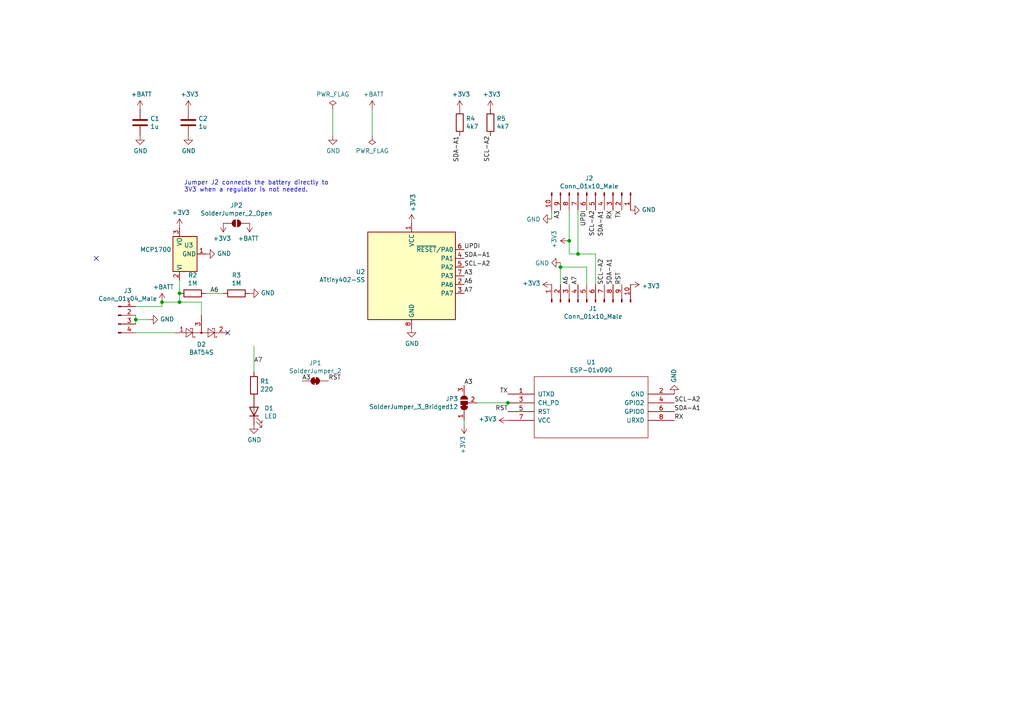
<source format=kicad_sch>
(kicad_sch (version 20250114) (generator "eeschema") (generator_version "9.0")
  (paper "A4")
  (title_block (title "ESP-01 ATtinyx02 board") (date "2021-07-13") (rev "1.0") (company "http://www.v7f.eu"))
  (lib_symbols
    (symbol "Device:C" (pin_numbers (hide yes)) (pin_names (offset 0.254))
      (property "Reference" "C" (at 0.635 2.54 0))
      (property "Value" "C" (at 0.635 -2.54 0))
      (symbol "C_0_1"
        (polyline (pts (xy -2.032 0.762) (xy 2.032 0.762)) (stroke (width 0.508)))
        (polyline (pts (xy -2.032 -0.762) (xy 2.032 -0.762)) (stroke (width 0.508)))
      )
      (symbol "C_1_1"
        (pin passive line (at 0 3.81 270) (length 2.794) (name "~") (number "1"))
        (pin passive line (at 0 -3.81 90) (length 2.794) (name "~") (number "2"))
      )
    )
    (symbol "Device:LED" (pin_numbers (hide yes)) (pin_names (offset 1.016) (hide yes))
      (property "Reference" "D" (at 0 2.54 0))
      (property "Value" "LED" (at 0 -2.54 0))
      (symbol "LED_0_1"
        (polyline (pts (xy -3.048 -0.762) (xy -4.572 -2.286) (xy -3.81 -2.286) (xy -4.572 -2.286) (xy -4.572 -1.524)))
        (polyline (pts (xy -1.778 -0.762) (xy -3.302 -2.286) (xy -2.54 -2.286) (xy -3.302 -2.286) (xy -3.302 -1.524)))
        (polyline (pts (xy -1.27 0) (xy 1.27 0)))
        (polyline (pts (xy -1.27 -1.27) (xy -1.27 1.27)) (stroke (width 0.254)))
        (polyline (pts (xy 1.27 -1.27) (xy 1.27 1.27) (xy -1.27 0) (xy 1.27 -1.27)) (stroke (width 0.254)))
      )
      (symbol "LED_1_1"
        (pin passive line (at -3.81 0 0) (length 2.54) (name "K") (number "1"))
        (pin passive line (at 3.81 0 180) (length 2.54) (name "A") (number "2"))
      )
    )
    (symbol "Device:R" (pin_numbers (hide yes)) (pin_names (offset 0))
      (property "Reference" "R" (at 2.032 0 90))
      (property "Value" "R" (at 0 0 90))
      (symbol "R_0_1"
        (rectangle (start -1.016 -2.54) (end 1.016 2.54) (stroke (width 0.254)))
      )
      (symbol "R_1_1"
        (pin passive line (at 0 3.81 270) (length 1.27) (name "~") (number "1"))
        (pin passive line (at 0 -3.81 90) (length 1.27) (name "~") (number "2"))
      )
    )
    (symbol "ESP8266:ESP-01v090" (pin_names (offset 1.016))
      (property "Reference" "U" (at 0 -2.54 0))
      (property "Value" "ESP-01v090" (at 0 2.54 0))
      (symbol "ESP-01v090_1_0"
        (rectangle (start -16.51 -8.89) (end 16.51 8.89))
      )
      (symbol "ESP-01v090_1_1"
        (pin output line (at -24.13 3.81 0) (length 7.62) (name "UTXD") (number "1"))
        (pin input line (at -24.13 1.27 0) (length 7.62) (name "CH_PD") (number "3"))
        (pin input line (at -24.13 -1.27 0) (length 7.62) (name "RST") (number "5"))
        (pin power_in line (at -24.13 -3.81 0) (length 7.62) (name "VCC") (number "7"))
        (pin power_in line (at 24.13 3.81 180) (length 7.62) (name "GND") (number "2"))
        (pin tri_state line (at 24.13 1.27 180) (length 7.62) (name "GPIO2") (number "4"))
        (pin tri_state line (at 24.13 -1.27 180) (length 7.62) (name "GPIO0") (number "6"))
        (pin input line (at 24.13 -3.81 180) (length 7.62) (name "URXD") (number "8"))
      )
    )
    (symbol "ESPTiny402-SOT89-rescue:+3V3-power" (power) (pin_names (offset 0))
      (property "Value" "power_+3V3" (at 0 3.556 0))
      (symbol "+3V3-power_0_1"
        (polyline (pts (xy -0.762 1.27) (xy 0 2.54)))
        (polyline (pts (xy 0 2.54) (xy 0.762 1.27)))
        (polyline (pts (xy 0 0) (xy 0 2.54)))
      )
      (symbol "+3V3-power_1_1"
        (pin power_in line (at 0 0 90) (length 0) (hide yes) (name "+3V3") (number "1"))
      )
    )
    (symbol "ESPTiny402-SOT89-rescue:+BATT-power" (power) (pin_names (offset 0))
      (property "Value" "power_+BATT" (at 0 3.556 0))
      (symbol "+BATT-power_0_1"
        (polyline (pts (xy -0.762 1.27) (xy 0 2.54)))
        (polyline (pts (xy 0 2.54) (xy 0.762 1.27)))
        (polyline (pts (xy 0 0) (xy 0 2.54)))
      )
      (symbol "+BATT-power_1_1"
        (pin power_in line (at 0 0 90) (length 0) (hide yes) (name "+BATT") (number "1"))
      )
    )
    (symbol "ESPTiny402-SOT89-rescue:BAT54S-Diode" (pin_names (offset 1.016))
      (property "Reference" "D" (at 0.635 -3.81 0))
      (property "Value" "Diode_BAT54S" (at -6.35 3.175 0))
      (symbol "BAT54S-Diode_0_1"
        (polyline (pts (xy -4.445 1.27) (xy -4.445 -1.27) (xy -2.54 0) (xy -4.445 1.27)))
        (polyline (pts (xy -3.81 0) (xy -1.27 0)))
        (polyline (pts (xy -3.175 -1.27) (xy -3.175 -1.016)))
        (polyline (pts (xy -2.54 1.27) (xy -1.905 1.27)))
        (polyline (pts (xy -2.54 -1.27) (xy -3.175 -1.27)))
        (polyline (pts (xy -2.54 -1.27) (xy -2.54 1.27)))
        (polyline (pts (xy -1.905 1.27) (xy -1.905 1.016)))
        (polyline (pts (xy -1.905 0) (xy 1.905 0)))
        (circle (center 0 0) (radius 0.254) (fill (type outline)))
        (polyline (pts (xy 1.27 0) (xy 3.81 0)))
        (polyline (pts (xy 1.905 1.27) (xy 1.905 -1.27) (xy 3.81 0) (xy 1.905 1.27)))
        (polyline (pts (xy 3.175 -1.27) (xy 3.175 -1.016)))
        (polyline (pts (xy 3.81 1.27) (xy 4.445 1.27)))
        (polyline (pts (xy 3.81 -1.27) (xy 3.175 -1.27)))
        (polyline (pts (xy 3.81 -1.27) (xy 3.81 1.27)))
        (polyline (pts (xy 4.445 1.27) (xy 4.445 1.016)))
      )
      (symbol "BAT54S-Diode_1_1"
        (pin passive line (at -7.62 0 0) (length 3.81) (name "~") (number "1"))
        (pin passive line (at 0 -5.08 90) (length 5.08) (name "~") (number "3"))
        (pin passive line (at 7.62 0 180) (length 3.81) (name "~") (number "2"))
      )
    )
    (symbol "ESPTiny402-SOT89-rescue:Conn_01x04_Male-Connector" (pin_names (offset 1.016) (hide yes))
      (property "Reference" "J" (at 0 5.08 0))
      (property "Value" "Connector_Conn_01x04_Male" (at 0 -7.62 0))
      (symbol "Conn_01x04_Male-Connector_1_1"
        (rectangle (start 0.8636 2.667) (end 0 2.413) (stroke (width 0.1524)) (fill (type outline)))
        (rectangle (start 0.8636 0.127) (end 0 -0.127) (stroke (width 0.1524)) (fill (type outline)))
        (rectangle (start 0.8636 -2.413) (end 0 -2.667) (stroke (width 0.1524)) (fill (type outline)))
        (rectangle (start 0.8636 -4.953) (end 0 -5.207) (stroke (width 0.1524)) (fill (type outline)))
        (polyline (pts (xy 1.27 2.54) (xy 0.8636 2.54)) (stroke (width 0.1524)))
        (polyline (pts (xy 1.27 0) (xy 0.8636 0)) (stroke (width 0.1524)))
        (polyline (pts (xy 1.27 -2.54) (xy 0.8636 -2.54)) (stroke (width 0.1524)))
        (polyline (pts (xy 1.27 -5.08) (xy 0.8636 -5.08)) (stroke (width 0.1524)))
        (pin passive line (at 5.08 2.54 180) (length 3.81) (name "Pin_1") (number "1"))
        (pin passive line (at 5.08 0 180) (length 3.81) (name "Pin_2") (number "2"))
        (pin passive line (at 5.08 -2.54 180) (length 3.81) (name "Pin_3") (number "3"))
        (pin passive line (at 5.08 -5.08 180) (length 3.81) (name "Pin_4") (number "4"))
      )
    )
    (symbol "ESPTiny402-SOT89-rescue:Conn_01x10_Male-Connector" (pin_names (offset 1.016) (hide yes))
      (property "Reference" "J" (at 0 12.7 0))
      (property "Value" "Connector_Conn_01x10_Male" (at 0 -15.24 0))
      (symbol "Conn_01x10_Male-Connector_1_1"
        (rectangle (start 0.8636 10.287) (end 0 10.033) (stroke (width 0.1524)) (fill (type outline)))
        (rectangle (start 0.8636 7.747) (end 0 7.493) (stroke (width 0.1524)) (fill (type outline)))
        (rectangle (start 0.8636 5.207) (end 0 4.953) (stroke (width 0.1524)) (fill (type outline)))
        (rectangle (start 0.8636 2.667) (end 0 2.413) (stroke (width 0.1524)) (fill (type outline)))
        (rectangle (start 0.8636 0.127) (end 0 -0.127) (stroke (width 0.1524)) (fill (type outline)))
        (rectangle (start 0.8636 -2.413) (end 0 -2.667) (stroke (width 0.1524)) (fill (type outline)))
        (rectangle (start 0.8636 -4.953) (end 0 -5.207) (stroke (width 0.1524)) (fill (type outline)))
        (rectangle (start 0.8636 -7.493) (end 0 -7.747) (stroke (width 0.1524)) (fill (type outline)))
        (rectangle (start 0.8636 -10.033) (end 0 -10.287) (stroke (width 0.1524)) (fill (type outline)))
        (rectangle (start 0.8636 -12.573) (end 0 -12.827) (stroke (width 0.1524)) (fill (type outline)))
        (polyline (pts (xy 1.27 10.16) (xy 0.8636 10.16)) (stroke (width 0.1524)))
        (polyline (pts (xy 1.27 7.62) (xy 0.8636 7.62)) (stroke (width 0.1524)))
        (polyline (pts (xy 1.27 5.08) (xy 0.8636 5.08)) (stroke (width 0.1524)))
        (polyline (pts (xy 1.27 2.54) (xy 0.8636 2.54)) (stroke (width 0.1524)))
        (polyline (pts (xy 1.27 0) (xy 0.8636 0)) (stroke (width 0.1524)))
        (polyline (pts (xy 1.27 -2.54) (xy 0.8636 -2.54)) (stroke (width 0.1524)))
        (polyline (pts (xy 1.27 -5.08) (xy 0.8636 -5.08)) (stroke (width 0.1524)))
        (polyline (pts (xy 1.27 -7.62) (xy 0.8636 -7.62)) (stroke (width 0.1524)))
        (polyline (pts (xy 1.27 -10.16) (xy 0.8636 -10.16)) (stroke (width 0.1524)))
        (polyline (pts (xy 1.27 -12.7) (xy 0.8636 -12.7)) (stroke (width 0.1524)))
        (pin passive line (at 5.08 10.16 180) (length 3.81) (name "Pin_1") (number "1"))
        (pin passive line (at 5.08 7.62 180) (length 3.81) (name "Pin_2") (number "2"))
        (pin passive line (at 5.08 5.08 180) (length 3.81) (name "Pin_3") (number "3"))
        (pin passive line (at 5.08 2.54 180) (length 3.81) (name "Pin_4") (number "4"))
        (pin passive line (at 5.08 0 180) (length 3.81) (name "Pin_5") (number "5"))
        (pin passive line (at 5.08 -2.54 180) (length 3.81) (name "Pin_6") (number "6"))
        (pin passive line (at 5.08 -5.08 180) (length 3.81) (name "Pin_7") (number "7"))
        (pin passive line (at 5.08 -7.62 180) (length 3.81) (name "Pin_8") (number "8"))
        (pin passive line (at 5.08 -10.16 180) (length 3.81) (name "Pin_9") (number "9"))
        (pin passive line (at 5.08 -12.7 180) (length 3.81) (name "Pin_10") (number "10"))
      )
    )
    (symbol "ESPTiny402-SOT89-rescue:GND-power" (power) (pin_names (offset 0))
      (property "Value" "power_GND" (at 0 -3.81 0))
      (symbol "GND-power_0_1"
        (polyline (pts (xy 0 0) (xy 0 -1.27) (xy 1.27 -1.27) (xy 0 -2.54) (xy -1.27 -1.27) (xy 0 -1.27)))
      )
      (symbol "GND-power_1_1"
        (pin power_in line (at 0 0 270) (length 0) (hide yes) (name "GND") (number "1"))
      )
    )
    (symbol "ESPTiny402-SOT89-rescue:MCP1700-3002E_SOT89-Regulator_Linear" (pin_names (offset 0.254))
      (property "Reference" "U" (at -3.81 3.175 0))
      (property "Value" "Regulator_Linear_MCP1700-3002E_SOT89" (at 0 3.175 0))
      (symbol "MCP1700-3002E_SOT89-Regulator_Linear_0_1"
        (rectangle (start -5.08 -5.08) (end 5.08 1.905) (stroke (width 0.254)) (fill (type background)))
      )
      (symbol "MCP1700-3002E_SOT89-Regulator_Linear_1_1"
        (pin power_in line (at -7.62 0 0) (length 2.54) (name "VI") (number "2"))
        (pin power_in line (at 0 -7.62 90) (length 2.54) (name "GND") (number "1"))
        (pin power_out line (at 7.62 0 180) (length 2.54) (name "VO") (number "3"))
      )
    )
    (symbol "ESPTiny402-SOT89-rescue:PWR_FLAG-power" (power) (pin_numbers (hide yes)) (pin_names (offset 0) (hide yes))
      (property "Value" "power_PWR_FLAG" (at 0 3.81 0))
      (symbol "PWR_FLAG-power_0_0"
        (pin power_out line (at 0 0 90) (length 0) (name "pwr") (number "1"))
      )
      (symbol "PWR_FLAG-power_0_1"
        (polyline (pts (xy 0 0) (xy 0 1.27) (xy -1.016 1.905) (xy 0 2.54) (xy 1.016 1.905) (xy 0 1.27)))
      )
    )
    (symbol "Jumper:SolderJumper_2_Bridged" (pin_numbers (hide yes)) (pin_names (offset 0) (hide yes)) (exclude_from_sim yes) (in_bom no)
      (property "Reference" "JP" (at 0 2.032 0))
      (property "Value" "SolderJumper_2_Bridged" (at 0 -2.54 0))
      (symbol "SolderJumper_2_Bridged_0_1"
        (rectangle (start -0.508 0.508) (end 0.508 -0.508) (fill (type outline)))
        (polyline (pts (xy -0.254 1.016) (xy -0.254 -1.016)))
        (arc (start -0.254 -1.016) (mid -1.2656 0) (end -0.254 1.016))
        (arc (start -0.254 -1.016) (mid -1.2656 0) (end -0.254 1.016) (fill (type outline)))
        (arc (start 0.254 1.016) (mid 1.2656 0) (end 0.254 -1.016))
        (arc (start 0.254 1.016) (mid 1.2656 0) (end 0.254 -1.016) (fill (type outline)))
        (polyline (pts (xy 0.254 1.016) (xy 0.254 -1.016)))
      )
      (symbol "SolderJumper_2_Bridged_1_1"
        (pin passive line (at -3.81 0 0) (length 2.54) (name "A") (number "1"))
        (pin passive line (at 3.81 0 180) (length 2.54) (name "B") (number "2"))
      )
    )
    (symbol "Jumper:SolderJumper_2_Open" (pin_numbers (hide yes)) (pin_names (offset 0) (hide yes)) (exclude_from_sim yes) (in_bom no)
      (property "Reference" "JP" (at 0 2.032 0))
      (property "Value" "SolderJumper_2_Open" (at 0 -2.54 0))
      (symbol "SolderJumper_2_Open_0_1"
        (polyline (pts (xy -0.254 1.016) (xy -0.254 -1.016)))
        (arc (start -0.254 -1.016) (mid -1.2656 0) (end -0.254 1.016))
        (arc (start -0.254 -1.016) (mid -1.2656 0) (end -0.254 1.016) (fill (type outline)))
        (arc (start 0.254 1.016) (mid 1.2656 0) (end 0.254 -1.016))
        (arc (start 0.254 1.016) (mid 1.2656 0) (end 0.254 -1.016) (fill (type outline)))
        (polyline (pts (xy 0.254 1.016) (xy 0.254 -1.016)))
      )
      (symbol "SolderJumper_2_Open_1_1"
        (pin passive line (at -3.81 0 0) (length 2.54) (name "A") (number "1"))
        (pin passive line (at 3.81 0 180) (length 2.54) (name "B") (number "2"))
      )
    )
    (symbol "MCU_Microchip_ATtiny:ATtiny402-SS"
      (property "Reference" "U" (at -12.7 13.97 0))
      (property "Value" "ATtiny402-SS" (at 2.54 -13.97 0))
      (symbol "ATtiny402-SS_0_1"
        (rectangle (start -12.7 -12.7) (end 12.7 12.7) (stroke (width 0.254)) (fill (type background)))
      )
      (symbol "ATtiny402-SS_1_1"
        (pin power_in line (at 0 15.24 270) (length 2.54) (name "VCC") (number "1"))
        (pin power_in line (at 0 -15.24 90) (length 2.54) (name "GND") (number "8"))
        (pin bidirectional line (at 15.24 7.62 180) (length 2.54) (name "~{RESET}/PA0") (number "6"))
        (pin bidirectional line (at 15.24 5.08 180) (length 2.54) (name "PA1") (number "4"))
        (pin bidirectional line (at 15.24 2.54 180) (length 2.54) (name "PA2") (number "5"))
        (pin bidirectional line (at 15.24 0 180) (length 2.54) (name "PA3") (number "7"))
        (pin bidirectional line (at 15.24 -2.54 180) (length 2.54) (name "PA6") (number "2"))
        (pin bidirectional line (at 15.24 -5.08 180) (length 2.54) (name "PA7") (number "3"))
      )
    )
    (symbol "MyJumper:SolderJumper_3_Bridged12" (pin_names (offset 0) (hide yes))
      (property "Reference" "JP" (at -2.54 -2.54 0))
      (property "Value" "SolderJumper_3_Bridged12" (at 0 2.794 0))
      (symbol "SolderJumper_3_Bridged12_0_1"
        (polyline (pts (xy -2.54 0) (xy -2.032 0)))
        (polyline (pts (xy -1.016 1.016) (xy -1.016 -1.016)))
        (rectangle (start -1.016 0.508) (end -0.508 -0.508) (fill (type outline)))
        (arc (start -1.016 -1.016) (mid -2.032 0) (end -1.016 1.016))
        (arc (start -1.016 -1.016) (mid -2.032 0) (end -1.016 1.016) (fill (type outline)))
        (rectangle (start -0.508 1.016) (end 0.508 -1.016) (fill (type outline)))
        (polyline (pts (xy 0 -1.27) (xy 0 -1.016)))
        (polyline (pts (xy 1.016 1.016) (xy 1.016 -1.016)))
        (arc (start 1.016 1.016) (mid 2.032 0) (end 1.016 -1.016))
        (arc (start 1.016 1.016) (mid 2.032 0) (end 1.016 -1.016) (fill (type outline)))
        (polyline (pts (xy 2.54 0) (xy 2.032 0)))
      )
      (symbol "SolderJumper_3_Bridged12_1_1"
        (pin passive line (at -5.08 0 0) (length 2.54) (name "A") (number "1"))
        (pin passive line (at 0 -3.81 90) (length 2.54) (name "C") (number "2"))
        (pin passive line (at 5.08 0 180) (length 2.54) (name "B") (number "3"))
      )
    )
  )
  (text "Jumper J2 connects the battery directly to\n3V3 when a regulator is not needed." (at 53.34 55.88 0) (effects (font (size 1.27 1.27)) (justify left bottom)))
  (junction (at 52.07 85.09))
  (junction (at 162.56 77.47))
  (junction (at 39.37 92.71))
  (junction (at 147.32 116.84))
  (junction (at 52.07 87.63))
  (junction (at 167.64 73.66))
  (junction (at 165.1 69.85))
  (junction (at 46.99 87.63))
  (no_connect (at 66.04 96.52))
  (no_connect (at 27.94 74.93))
  (wire (pts (xy 52.07 87.63) (xy 46.99 87.63)))
  (wire (pts (xy 172.72 73.66) (xy 172.72 82.55)))
  (wire (pts (xy 162.56 76.2) (xy 162.56 77.47)))
  (wire (pts (xy 39.37 91.44) (xy 39.37 92.71)))
  (wire (pts (xy 162.56 77.47) (xy 170.18 77.47)))
  (wire (pts (xy 165.1 73.66) (xy 167.64 73.66)))
  (wire (pts (xy 73.66 100.33) (xy 73.66 107.95)))
  (wire (pts (xy 107.95 31.75) (xy 107.95 39.37)))
  (wire (pts (xy 162.56 77.47) (xy 162.56 82.55)))
  (wire (pts (xy 46.99 87.63) (xy 46.99 88.9)))
  (wire (pts (xy 165.1 69.85) (xy 165.1 73.66)))
  (wire (pts (xy 165.1 60.96) (xy 165.1 69.85)))
  (wire (pts (xy 58.42 87.63) (xy 58.42 91.44)))
  (wire (pts (xy 96.52 31.75) (xy 96.52 39.37)))
  (wire (pts (xy 52.07 81.28) (xy 52.07 85.09)))
  (wire (pts (xy 39.37 92.71) (xy 43.18 92.71)))
  (wire (pts (xy 46.99 88.9) (xy 39.37 88.9)))
  (wire (pts (xy 59.69 85.09) (xy 64.77 85.09)))
  (wire (pts (xy 39.37 92.71) (xy 39.37 93.98)))
  (wire (pts (xy 39.37 96.52) (xy 50.8 96.52)))
  (wire (pts (xy 160.02 60.96) (xy 160.02 63.5)))
  (wire (pts (xy 167.64 73.66) (xy 172.72 73.66)))
  (wire (pts (xy 52.07 85.09) (xy 52.07 87.63)))
  (wire (pts (xy 134.62 123.19) (xy 134.62 121.92)))
  (wire (pts (xy 149.86 116.84) (xy 147.32 116.84)))
  (wire (pts (xy 147.32 116.84) (xy 138.43 116.84)))
  (wire (pts (xy 167.64 60.96) (xy 167.64 73.66)))
  (wire (pts (xy 170.18 77.47) (xy 170.18 82.55)))
  (wire (pts (xy 52.07 87.63) (xy 58.42 87.63)))
  (label "RX" (at 195.58 121.92 0))
  (label "SCL-A2" (at 172.72 60.96 270))
  (label "SCL-A2" (at 175.26 82.55 90))
  (label "RST" (at 180.34 82.55 90))
  (label "A3" (at 162.56 60.96 270))
  (label "SDA-A1" (at 133.35 39.37 270))
  (label "SDA-A1" (at 177.8 82.55 90))
  (label "A6" (at 134.62 82.55 0))
  (label "SDA-A1" (at 134.62 74.93 0))
  (label "A3" (at 134.62 111.76 0))
  (label "TX" (at 180.34 60.96 270))
  (label "A7" (at 167.64 82.55 90))
  (label "RST" (at 95.25 110.49 0))
  (label "A6" (at 60.96 85.09 0))
  (label "SDA-A1" (at 175.26 60.96 270))
  (label "SCL-A2" (at 134.62 77.47 0))
  (label "UPDI" (at 134.62 72.39 0))
  (label "A7" (at 134.62 85.09 0))
  (label "SCL-A2" (at 195.58 116.84 0))
  (label "RX" (at 177.8 60.96 270))
  (label "SDA-A1" (at 195.58 119.38 0))
  (label "RST" (at 147.32 119.38 180))
  (label "A7" (at 73.66 105.41 0))
  (label "A6" (at 165.1 82.55 90))
  (label "SCL-A2" (at 142.24 39.37 270))
  (label "TX" (at 147.32 114.3 180))
  (label "A3" (at 87.63 110.49 0))
  (label "A3" (at 134.62 80.01 0))
  (label "UPDI" (at 170.18 60.96 270))
  (symbol (lib_id "ESP8266:ESP-01v090") (at 171.45 118.11 0) (unit 1)
    (property "Reference" "U1" (at 171.45 105.029 0))
    (property "Value" "ESP-01v090" (at 171.45 107.3404 0))
    (property "Footprint" "ESP8266:ESP-01" (effects (hide yes)))
    (property "Datasheet" "http://l0l.org.uk/2014/12/esp8266-modules-hardware-guide-gotta-catch-em-all/" (effects (hide yes)))
  )
  (symbol (lib_id "ESPTiny402-SOT89-rescue:GND-power") (at 195.58 114.3 180) (unit 1)
    (property "Reference" "#PWR02" (effects (hide yes)))
    (property "Value" "GND" (at 195.453 111.0488 90) (effects (justify right)))
  )
  (symbol (lib_id "ESPTiny402-SOT89-rescue:Conn_01x10_Male-Connector") (at 170.18 87.63 90) (unit 1)
    (property "Reference" "J1" (at 172.0088 89.4842 90))
    (property "Value" "Conn_01x10_Male" (at 172.0088 91.7956 90))
    (property "Footprint" "Connector_PinHeader_2.54mm:PinHeader_1x10_P2.54mm_Vertical" (effects (hide yes)))
  )
  (symbol (lib_id "Device:C") (at 54.61 35.56 0) (unit 1)
    (property "Reference" "C2" (at 57.531 34.3916 0) (effects (justify left)))
    (property "Value" "1u" (at 57.531 36.703 0) (effects (justify left)))
    (property "Footprint" "Capacitor_SMD:C_1206_3216Metric" (effects (hide yes)))
  )
  (symbol (lib_id "Device:LED") (at 73.66 119.38 90) (unit 1)
    (property "Reference" "D1" (at 76.6572 118.3894 90) (effects (justify right)))
    (property "Value" "LED" (at 76.6572 120.7008 90) (effects (justify right)))
    (property "Footprint" "LED_SMD:LED_1206_3216Metric" (effects (hide yes)))
  )
  (symbol (lib_id "Device:R") (at 73.66 111.76 0) (unit 1)
    (property "Reference" "R1" (at 75.438 110.5916 0) (effects (justify left)))
    (property "Value" "220" (at 75.438 112.903 0) (effects (justify left)))
    (property "Footprint" "Resistor_SMD:R_1206_3216Metric" (effects (hide yes)))
  )
  (symbol (lib_id "ESPTiny402-SOT89-rescue:Conn_01x10_Male-Connector") (at 172.72 55.88 270) (unit 1)
    (property "Reference" "J2" (at 170.8912 51.689 90))
    (property "Value" "Conn_01x10_Male" (at 170.8912 54.0004 90))
    (property "Footprint" "Connector_PinHeader_2.54mm:PinHeader_1x10_P2.54mm_Vertical" (effects (hide yes)))
  )
  (symbol (lib_id "ESPTiny402-SOT89-rescue:MCP1700-3002E_SOT89-Regulator_Linear") (at 52.07 73.66 90) (unit 1)
    (property "Reference" "U3" (at 53.34 71.12 90) (effects (justify right)))
    (property "Value" "MCP1700" (at 40.64 72.39 90) (effects (justify right)))
    (property "Footprint" "Package_TO_SOT_SMD:SOT-89-3" (effects (hide yes)))
    (property "Datasheet" "http://ww1.microchip.com/downloads/en/DeviceDoc/20001826D.pdf" (effects (hide yes)))
  )
  (symbol (lib_id "Device:C") (at 40.64 35.56 0) (unit 1)
    (property "Reference" "C1" (at 43.561 34.3916 0) (effects (justify left)))
    (property "Value" "1u" (at 43.561 36.703 0) (effects (justify left)))
    (property "Footprint" "Capacitor_SMD:C_1206_3216Metric" (effects (hide yes)))
  )
  (symbol (lib_id "ESPTiny402-SOT89-rescue:Conn_01x04_Male-Connector") (at 34.29 91.44 0) (unit 1)
    (property "Reference" "J3" (at 37.0332 84.3026 0))
    (property "Value" "Conn_01x04_Male" (at 37.0332 86.614 0))
    (property "Footprint" "Connector_PinHeader_2.54mm:PinHeader_1x04_P2.54mm_Vertical" (effects (hide yes)))
  )
  (symbol (lib_id "ESPTiny402-SOT89-rescue:GND-power") (at 43.18 92.71 90) (unit 1)
    (property "Reference" "#PWR0101" (effects (hide yes)))
    (property "Value" "GND" (at 46.4312 92.583 90) (effects (justify right)))
  )
  (symbol (lib_id "ESPTiny402-SOT89-rescue:+BATT-power") (at 46.99 87.63 0) (unit 1)
    (property "Reference" "#PWR0102" (effects (hide yes)))
    (property "Value" "+BATT" (at 47.371 83.2358 0))
  )
  (symbol (lib_id "ESPTiny402-SOT89-rescue:GND-power") (at 59.69 73.66 90) (unit 1)
    (property "Reference" "#PWR0103" (effects (hide yes)))
    (property "Value" "GND" (at 62.9412 73.533 90) (effects (justify right)))
  )
  (symbol (lib_id "ESPTiny402-SOT89-rescue:+3V3-power") (at 52.07 66.04 0) (unit 1)
    (property "Reference" "#PWR0104" (effects (hide yes)))
    (property "Value" "+3V3" (at 52.451 61.6458 0))
  )
  (symbol (lib_id "ESPTiny402-SOT89-rescue:+3V3-power") (at 54.61 31.75 0) (unit 1)
    (property "Reference" "#PWR0106" (effects (hide yes)))
    (property "Value" "+3V3" (at 54.991 27.3558 0))
  )
  (symbol (lib_id "ESPTiny402-SOT89-rescue:GND-power") (at 54.61 39.37 0) (unit 1)
    (property "Reference" "#PWR0107" (effects (hide yes)))
    (property "Value" "GND" (at 54.737 43.7642 0))
  )
  (symbol (lib_id "ESPTiny402-SOT89-rescue:GND-power") (at 40.64 39.37 0) (unit 1)
    (property "Reference" "#PWR0109" (effects (hide yes)))
    (property "Value" "GND" (at 40.767 43.7642 0))
  )
  (symbol (lib_id "ESPTiny402-SOT89-rescue:+BATT-power") (at 40.64 31.75 0) (unit 1)
    (property "Reference" "#PWR0110" (effects (hide yes)))
    (property "Value" "+BATT" (at 41.021 27.3558 0))
  )
  (symbol (lib_id "ESPTiny402-SOT89-rescue:GND-power") (at 73.66 123.19 0) (unit 1)
    (property "Reference" "#PWR0111" (effects (hide yes)))
    (property "Value" "GND" (at 73.787 127.5842 0))
  )
  (symbol (lib_id "ESPTiny402-SOT89-rescue:GND-power") (at 96.52 39.37 0) (unit 1)
    (property "Reference" "#PWR0112" (effects (hide yes)))
    (property "Value" "GND" (at 96.647 43.7642 0))
  )
  (symbol (lib_id "ESPTiny402-SOT89-rescue:PWR_FLAG-power") (at 96.52 31.75 0) (unit 1)
    (property "Reference" "#FLG0101" (effects (hide yes)))
    (property "Value" "PWR_FLAG" (at 96.52 27.3558 0))
  )
  (symbol (lib_id "ESPTiny402-SOT89-rescue:+3V3-power") (at 147.32 121.92 90) (unit 1)
    (property "Reference" "#PWR0116" (effects (hide yes)))
    (property "Value" "+3V3" (at 144.0688 121.539 90) (effects (justify left)))
  )
  (symbol (lib_id "ESPTiny402-SOT89-rescue:+3V3-power") (at 182.88 82.55 270) (unit 1)
    (property "Reference" "#PWR0118" (effects (hide yes)))
    (property "Value" "+3V3" (at 186.1312 82.931 90) (effects (justify left)))
  )
  (symbol (lib_id "ESPTiny402-SOT89-rescue:GND-power") (at 182.88 60.96 90) (unit 1)
    (property "Reference" "#PWR0119" (effects (hide yes)))
    (property "Value" "GND" (at 186.1312 60.833 90) (effects (justify right)))
  )
  (symbol (lib_id "ESPTiny402-SOT89-rescue:GND-power") (at 160.02 63.5 270) (unit 1)
    (property "Reference" "#PWR0120" (effects (hide yes)))
    (property "Value" "GND" (at 156.7688 63.627 90) (effects (justify right)))
  )
  (symbol (lib_id "ESPTiny402-SOT89-rescue:+3V3-power") (at 160.02 82.55 90) (unit 1)
    (property "Reference" "#PWR0121" (effects (hide yes)))
    (property "Value" "+3V3" (at 156.7688 82.169 90) (effects (justify left)))
  )
  (symbol (lib_id "ESPTiny402-SOT89-rescue:GND-power") (at 162.56 76.2 270) (unit 1)
    (property "Reference" "#PWR0122" (effects (hide yes)))
    (property "Value" "GND" (at 159.3088 76.327 90) (effects (justify right)))
  )
  (symbol (lib_id "ESPTiny402-SOT89-rescue:PWR_FLAG-power") (at 107.95 39.37 180) (unit 1)
    (property "Reference" "#FLG0103" (effects (hide yes)))
    (property "Value" "PWR_FLAG" (at 107.95 43.7642 0))
  )
  (symbol (lib_id "ESPTiny402-SOT89-rescue:+BATT-power") (at 107.95 31.75 0) (unit 1)
    (property "Reference" "#PWR0123" (effects (hide yes)))
    (property "Value" "+BATT" (at 108.331 27.3558 0))
  )
  (symbol (lib_id "ESPTiny402-SOT89-rescue:+3V3-power") (at 133.35 31.75 0) (unit 1)
    (property "Reference" "#PWR03" (effects (hide yes)))
    (property "Value" "+3V3" (at 133.731 27.3558 0))
  )
  (symbol (lib_id "Device:R") (at 133.35 35.56 0) (unit 1)
    (property "Reference" "R4" (at 135.128 34.3916 0) (effects (justify left)))
    (property "Value" "4k7" (at 135.128 36.703 0) (effects (justify left)))
    (property "Footprint" "Resistor_SMD:R_1206_3216Metric" (effects (hide yes)))
  )
  (symbol (lib_id "ESPTiny402-SOT89-rescue:+3V3-power") (at 142.24 31.75 0) (unit 1)
    (property "Reference" "#PWR04" (effects (hide yes)))
    (property "Value" "+3V3" (at 142.621 27.3558 0))
  )
  (symbol (lib_id "Device:R") (at 142.24 35.56 0) (unit 1)
    (property "Reference" "R5" (at 144.018 34.3916 0) (effects (justify left)))
    (property "Value" "4k7" (at 144.018 36.703 0) (effects (justify left)))
    (property "Footprint" "Resistor_SMD:R_1206_3216Metric" (effects (hide yes)))
  )
  (symbol (lib_id "Jumper:SolderJumper_2_Bridged") (at 91.44 110.49 0) (unit 1)
    (property "Reference" "JP1" (at 91.44 105.283 0))
    (property "Value" "SolderJumper_2" (at 91.44 107.5944 0))
    (property "Footprint" "Jumper:SolderJumper-2_P1.3mm_Bridged_RoundedPad1.0x1.5mm" (effects (hide yes)))
  )
  (symbol (lib_id "Jumper:SolderJumper_2_Open") (at 68.58 64.77 0) (unit 1)
    (property "Reference" "JP2" (at 68.58 59.563 0))
    (property "Value" "SolderJumper_2_Open" (at 68.58 61.8744 0))
    (property "Footprint" "Jumper:SolderJumper-2_P1.3mm_Open_Pad1.0x1.5mm" (effects (hide yes)))
  )
  (symbol (lib_id "ESPTiny402-SOT89-rescue:+BATT-power") (at 72.39 64.77 180) (unit 1)
    (property "Reference" "#PWR07" (effects (hide yes)))
    (property "Value" "+BATT" (at 72.009 69.1642 0))
  )
  (symbol (lib_id "ESPTiny402-SOT89-rescue:+3V3-power") (at 64.77 64.77 180) (unit 1)
    (property "Reference" "#PWR06" (effects (hide yes)))
    (property "Value" "+3V3" (at 64.389 69.1642 0))
  )
  (symbol (lib_id "MyJumper:SolderJumper_3_Bridged12") (at 134.62 116.84 90) (unit 1)
    (property "Reference" "JP3" (at 132.8928 115.6716 90) (effects (justify left)))
    (property "Value" "SolderJumper_3_Bridged12" (at 132.8928 117.983 90) (effects (justify left)))
    (property "Footprint" "Jumper:SolderJumper-3_P1.3mm_Bridged12_RoundedPad1.0x1.5mm_NumberLabels" (effects (hide yes)))
  )
  (symbol (lib_id "Device:R") (at 55.88 85.09 270) (unit 1)
    (property "Reference" "R2" (at 55.88 79.8322 90))
    (property "Value" "1M" (at 55.88 82.1436 90))
    (property "Footprint" "Resistor_SMD:R_1206_3216Metric" (effects (hide yes)))
  )
  (symbol (lib_id "Device:R") (at 68.58 85.09 270) (unit 1)
    (property "Reference" "R3" (at 68.58 79.8322 90))
    (property "Value" "1M" (at 68.58 82.1436 90))
    (property "Footprint" "Resistor_SMD:R_1206_3216Metric" (effects (hide yes)))
  )
  (symbol (lib_id "ESPTiny402-SOT89-rescue:GND-power") (at 72.39 85.09 90) (unit 1)
    (property "Reference" "#PWR01" (effects (hide yes)))
    (property "Value" "GND" (at 75.6412 84.963 90) (effects (justify right)))
  )
  (symbol (lib_id "ESPTiny402-SOT89-rescue:+3V3-power") (at 119.38 64.77 0) (unit 1)
    (property "Reference" "#PWR0113" (effects (hide yes)))
    (property "Value" "+3V3" (at 119.761 61.5188 90) (effects (justify left)))
  )
  (symbol (lib_id "ESPTiny402-SOT89-rescue:GND-power") (at 119.38 95.25 0) (unit 1)
    (property "Reference" "#PWR0114" (effects (hide yes)))
    (property "Value" "GND" (at 119.507 99.6442 0))
  )
  (symbol (lib_id "ESPTiny402-SOT89-rescue:+3V3-power") (at 134.62 123.19 180) (unit 1)
    (property "Reference" "#PWR05" (effects (hide yes)))
    (property "Value" "+3V3" (at 134.239 126.4412 90) (effects (justify left)))
  )
  (symbol (lib_id "MCU_Microchip_ATtiny:ATtiny402-SS") (at 119.38 80.01 0) (unit 1)
    (property "Reference" "U2" (at 105.9434 78.8416 0) (effects (justify right)))
    (property "Value" "ATtiny402-SS" (at 105.9434 81.153 0) (effects (justify right)))
    (property "Footprint" "Package_SO:SOIC-8_3.9x4.9mm_P1.27mm" (effects (hide yes)))
    (property "Datasheet" "http://ww1.microchip.com/downloads/en/DeviceDoc/ATtiny202-402-AVR-MCU-with-Core-Independent-Peripherals_and-picoPower-40001969A.pdf" (effects (hide yes)))
  )
  (symbol (lib_id "ESPTiny402-SOT89-rescue:BAT54S-Diode") (at 58.42 96.52 0) (mirror x) (unit 1)
    (property "Reference" "D2" (at 58.42 99.8982 0))
    (property "Value" "BAT54S" (at 58.42 102.2096 0))
    (property "Footprint" "Package_TO_SOT_SMD:SOT-23" (effects (hide yes)))
    (property "Datasheet" "https://www.diodes.com/assets/Datasheets/ds11005.pdf" (effects (hide yes)))
  )
  (symbol (lib_id "ESPTiny402-SOT89-rescue:+3V3-power") (at 165.1 69.85 90) (unit 1)
    (property "Reference" "#PWR0105" (effects (hide yes)))
    (property "Value" "+3V3" (at 160.7058 69.469 0))
  )
)
</source>
